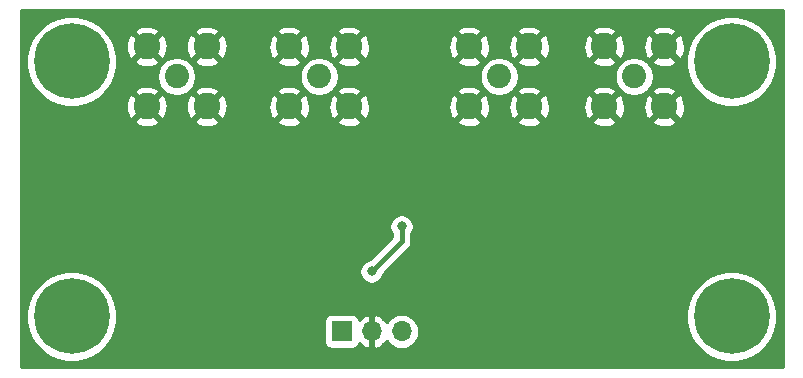
<source format=gbr>
G04 #@! TF.GenerationSoftware,KiCad,Pcbnew,(5.1.2)-2*
G04 #@! TF.CreationDate,2019-07-04T23:02:12+08:00*
G04 #@! TF.ProjectId,ADA4522,41444134-3532-4322-9e6b-696361645f70,rev?*
G04 #@! TF.SameCoordinates,Original*
G04 #@! TF.FileFunction,Copper,L2,Bot*
G04 #@! TF.FilePolarity,Positive*
%FSLAX46Y46*%
G04 Gerber Fmt 4.6, Leading zero omitted, Abs format (unit mm)*
G04 Created by KiCad (PCBNEW (5.1.2)-2) date 2019-07-04 23:02:12*
%MOMM*%
%LPD*%
G04 APERTURE LIST*
%ADD10C,6.400000*%
%ADD11C,2.250000*%
%ADD12C,2.050000*%
%ADD13R,1.700000X1.700000*%
%ADD14O,1.700000X1.700000*%
%ADD15C,0.400000*%
%ADD16C,0.800000*%
%ADD17C,0.400000*%
%ADD18C,0.254000*%
G04 APERTURE END LIST*
D10*
X175260000Y-92710000D03*
X119380000Y-92710000D03*
X175260000Y-71120000D03*
X119380000Y-71120000D03*
D11*
X164465000Y-74930000D03*
X164465000Y-69850000D03*
X169545000Y-69850000D03*
X169545000Y-74930000D03*
D12*
X167005000Y-72390000D03*
D11*
X125730000Y-74930000D03*
X125730000Y-69850000D03*
X130810000Y-69850000D03*
X130810000Y-74930000D03*
D12*
X128270000Y-72390000D03*
X140335000Y-72390000D03*
D11*
X142875000Y-74930000D03*
X142875000Y-69850000D03*
X137795000Y-69850000D03*
X137795000Y-74930000D03*
D13*
X142240000Y-93980000D03*
D14*
X144780000Y-93980000D03*
X147320000Y-93980000D03*
D12*
X155575000Y-72390000D03*
D11*
X158115000Y-74930000D03*
X158115000Y-69850000D03*
X153035000Y-69850000D03*
X153035000Y-74930000D03*
D15*
X124460000Y-76835000D03*
X124460000Y-78105000D03*
X124460000Y-79375000D03*
X124460000Y-80645000D03*
X125730000Y-81915000D03*
X126365000Y-82550000D03*
X127000000Y-83185000D03*
X120650000Y-76835000D03*
X120650000Y-78105000D03*
X120650000Y-79375000D03*
X120650000Y-80645000D03*
X120650000Y-81915000D03*
X120650000Y-83185000D03*
X128905000Y-85725000D03*
X130810000Y-85725000D03*
X132080000Y-85725000D03*
X133350000Y-85725000D03*
X135255000Y-85725000D03*
X136525000Y-85725000D03*
X137795000Y-85725000D03*
X139700000Y-85725000D03*
X140970000Y-85725000D03*
X142240000Y-85725000D03*
X141605000Y-80645000D03*
X142875000Y-80645000D03*
X144145000Y-80645000D03*
X148590000Y-80645000D03*
X150495000Y-80645000D03*
X151765000Y-80645000D03*
X152400000Y-81915000D03*
X153035000Y-81915000D03*
X154305000Y-81915000D03*
X154940000Y-80010000D03*
X154940000Y-80645000D03*
X154305000Y-78105000D03*
X154305000Y-77470000D03*
X154305000Y-76835000D03*
X140970000Y-80010000D03*
X140335000Y-78740000D03*
X140335000Y-77470000D03*
X140335000Y-76200000D03*
X136525000Y-72390000D03*
X135890000Y-73025000D03*
X134620000Y-74295000D03*
X134620000Y-74930000D03*
X134620000Y-75565000D03*
X134620000Y-76835000D03*
X134620000Y-78105000D03*
X134620000Y-78740000D03*
X134620000Y-80010000D03*
X128905000Y-80645000D03*
X130175000Y-80645000D03*
X130810000Y-80645000D03*
X132715000Y-80645000D03*
X133985000Y-80645000D03*
X135255000Y-81915000D03*
X135890000Y-81915000D03*
X136525000Y-81915000D03*
X137160000Y-81915000D03*
X137795000Y-81280000D03*
X143675001Y-88099999D03*
X142875000Y-88900000D03*
X141605000Y-89535000D03*
X141605000Y-90170000D03*
X140970000Y-91440000D03*
X140335000Y-92710000D03*
X139700000Y-92710000D03*
X139065000Y-92710000D03*
X137795000Y-92710000D03*
X137795000Y-92710000D03*
X136525000Y-92710000D03*
X135255000Y-92710000D03*
X165735000Y-77470000D03*
X165735000Y-79375000D03*
X165735000Y-80010000D03*
X165735000Y-81280000D03*
X165735000Y-82550000D03*
X165735000Y-83820000D03*
X165100000Y-84455000D03*
X164465000Y-85725000D03*
X163195000Y-85725000D03*
X161772500Y-85877500D03*
X162130000Y-84250000D03*
X161290000Y-83185000D03*
X160655000Y-82550000D03*
X160655000Y-81915000D03*
X160655000Y-80645000D03*
X160020000Y-79375000D03*
X159385000Y-78740000D03*
X158115000Y-77470000D03*
X158750000Y-78105000D03*
X168275000Y-76835000D03*
X168275000Y-78105000D03*
X168275000Y-80010000D03*
X168275000Y-81915000D03*
X168275000Y-83820000D03*
X168275000Y-85090000D03*
X167640000Y-86995000D03*
X166370000Y-88265000D03*
X166370000Y-88900000D03*
X166370000Y-90170000D03*
X165735000Y-91440000D03*
X164465000Y-91440000D03*
X162560000Y-91440000D03*
X160655000Y-90170000D03*
X160020000Y-90170000D03*
X151765000Y-90170000D03*
X153035000Y-89535000D03*
X154940000Y-89535000D03*
X154940000Y-89535000D03*
X156210000Y-89535000D03*
X157480000Y-90805000D03*
X157480000Y-92075000D03*
X157480000Y-93345000D03*
X157480000Y-93980000D03*
X149860000Y-94615000D03*
X152400000Y-93345000D03*
X153035000Y-93345000D03*
X151130000Y-93345000D03*
X132715000Y-94615000D03*
X133350000Y-95250000D03*
X134620000Y-95250000D03*
X136525000Y-95250000D03*
X136525000Y-95250000D03*
X138430000Y-95250000D03*
X139700000Y-95250000D03*
D16*
X144780000Y-88900000D03*
X147320000Y-85090000D03*
D17*
X144780000Y-88900000D02*
X147320000Y-86360000D01*
X147320000Y-86360000D02*
X147320000Y-85090000D01*
D18*
G36*
X179578000Y-97028000D02*
G01*
X115062000Y-97028000D01*
X115062000Y-92332285D01*
X115545000Y-92332285D01*
X115545000Y-93087715D01*
X115692377Y-93828628D01*
X115981467Y-94526554D01*
X116401161Y-95154670D01*
X116935330Y-95688839D01*
X117563446Y-96108533D01*
X118261372Y-96397623D01*
X119002285Y-96545000D01*
X119757715Y-96545000D01*
X120498628Y-96397623D01*
X121196554Y-96108533D01*
X121824670Y-95688839D01*
X122358839Y-95154670D01*
X122778533Y-94526554D01*
X123067623Y-93828628D01*
X123206588Y-93130000D01*
X140751928Y-93130000D01*
X140751928Y-94830000D01*
X140764188Y-94954482D01*
X140800498Y-95074180D01*
X140859463Y-95184494D01*
X140938815Y-95281185D01*
X141035506Y-95360537D01*
X141145820Y-95419502D01*
X141265518Y-95455812D01*
X141390000Y-95468072D01*
X143090000Y-95468072D01*
X143214482Y-95455812D01*
X143334180Y-95419502D01*
X143444494Y-95360537D01*
X143541185Y-95281185D01*
X143620537Y-95184494D01*
X143679502Y-95074180D01*
X143703966Y-94993534D01*
X143779731Y-95077588D01*
X144013080Y-95251641D01*
X144275901Y-95376825D01*
X144423110Y-95421476D01*
X144653000Y-95300155D01*
X144653000Y-94107000D01*
X144633000Y-94107000D01*
X144633000Y-93853000D01*
X144653000Y-93853000D01*
X144653000Y-92659845D01*
X144907000Y-92659845D01*
X144907000Y-93853000D01*
X144927000Y-93853000D01*
X144927000Y-94107000D01*
X144907000Y-94107000D01*
X144907000Y-95300155D01*
X145136890Y-95421476D01*
X145284099Y-95376825D01*
X145546920Y-95251641D01*
X145780269Y-95077588D01*
X145975178Y-94861355D01*
X146044799Y-94744477D01*
X146079294Y-94809014D01*
X146264866Y-95035134D01*
X146490986Y-95220706D01*
X146748966Y-95358599D01*
X147028889Y-95443513D01*
X147247050Y-95465000D01*
X147392950Y-95465000D01*
X147611111Y-95443513D01*
X147891034Y-95358599D01*
X148149014Y-95220706D01*
X148375134Y-95035134D01*
X148560706Y-94809014D01*
X148698599Y-94551034D01*
X148783513Y-94271111D01*
X148812185Y-93980000D01*
X148783513Y-93688889D01*
X148698599Y-93408966D01*
X148560706Y-93150986D01*
X148375134Y-92924866D01*
X148149014Y-92739294D01*
X147891034Y-92601401D01*
X147611111Y-92516487D01*
X147392950Y-92495000D01*
X147247050Y-92495000D01*
X147028889Y-92516487D01*
X146748966Y-92601401D01*
X146490986Y-92739294D01*
X146264866Y-92924866D01*
X146079294Y-93150986D01*
X146044799Y-93215523D01*
X145975178Y-93098645D01*
X145780269Y-92882412D01*
X145546920Y-92708359D01*
X145284099Y-92583175D01*
X145136890Y-92538524D01*
X144907000Y-92659845D01*
X144653000Y-92659845D01*
X144423110Y-92538524D01*
X144275901Y-92583175D01*
X144013080Y-92708359D01*
X143779731Y-92882412D01*
X143703966Y-92966466D01*
X143679502Y-92885820D01*
X143620537Y-92775506D01*
X143541185Y-92678815D01*
X143444494Y-92599463D01*
X143334180Y-92540498D01*
X143214482Y-92504188D01*
X143090000Y-92491928D01*
X141390000Y-92491928D01*
X141265518Y-92504188D01*
X141145820Y-92540498D01*
X141035506Y-92599463D01*
X140938815Y-92678815D01*
X140859463Y-92775506D01*
X140800498Y-92885820D01*
X140764188Y-93005518D01*
X140751928Y-93130000D01*
X123206588Y-93130000D01*
X123215000Y-93087715D01*
X123215000Y-92332285D01*
X171425000Y-92332285D01*
X171425000Y-93087715D01*
X171572377Y-93828628D01*
X171861467Y-94526554D01*
X172281161Y-95154670D01*
X172815330Y-95688839D01*
X173443446Y-96108533D01*
X174141372Y-96397623D01*
X174882285Y-96545000D01*
X175637715Y-96545000D01*
X176378628Y-96397623D01*
X177076554Y-96108533D01*
X177704670Y-95688839D01*
X178238839Y-95154670D01*
X178658533Y-94526554D01*
X178947623Y-93828628D01*
X179095000Y-93087715D01*
X179095000Y-92332285D01*
X178947623Y-91591372D01*
X178658533Y-90893446D01*
X178238839Y-90265330D01*
X177704670Y-89731161D01*
X177076554Y-89311467D01*
X176378628Y-89022377D01*
X175637715Y-88875000D01*
X174882285Y-88875000D01*
X174141372Y-89022377D01*
X173443446Y-89311467D01*
X172815330Y-89731161D01*
X172281161Y-90265330D01*
X171861467Y-90893446D01*
X171572377Y-91591372D01*
X171425000Y-92332285D01*
X123215000Y-92332285D01*
X123067623Y-91591372D01*
X122778533Y-90893446D01*
X122358839Y-90265330D01*
X121824670Y-89731161D01*
X121196554Y-89311467D01*
X120498628Y-89022377D01*
X119757715Y-88875000D01*
X119002285Y-88875000D01*
X118261372Y-89022377D01*
X117563446Y-89311467D01*
X116935330Y-89731161D01*
X116401161Y-90265330D01*
X115981467Y-90893446D01*
X115692377Y-91591372D01*
X115545000Y-92332285D01*
X115062000Y-92332285D01*
X115062000Y-88798061D01*
X143745000Y-88798061D01*
X143745000Y-89001939D01*
X143784774Y-89201898D01*
X143862795Y-89390256D01*
X143976063Y-89559774D01*
X144120226Y-89703937D01*
X144289744Y-89817205D01*
X144478102Y-89895226D01*
X144678061Y-89935000D01*
X144881939Y-89935000D01*
X145081898Y-89895226D01*
X145270256Y-89817205D01*
X145439774Y-89703937D01*
X145583937Y-89559774D01*
X145697205Y-89390256D01*
X145775226Y-89201898D01*
X145804093Y-89056775D01*
X147881428Y-86979440D01*
X147913291Y-86953291D01*
X148017636Y-86826146D01*
X148095172Y-86681087D01*
X148142918Y-86523689D01*
X148155000Y-86401019D01*
X148155000Y-86401009D01*
X148159039Y-86360001D01*
X148155000Y-86318993D01*
X148155000Y-85703285D01*
X148237205Y-85580256D01*
X148315226Y-85391898D01*
X148355000Y-85191939D01*
X148355000Y-84988061D01*
X148315226Y-84788102D01*
X148237205Y-84599744D01*
X148123937Y-84430226D01*
X147979774Y-84286063D01*
X147810256Y-84172795D01*
X147621898Y-84094774D01*
X147421939Y-84055000D01*
X147218061Y-84055000D01*
X147018102Y-84094774D01*
X146829744Y-84172795D01*
X146660226Y-84286063D01*
X146516063Y-84430226D01*
X146402795Y-84599744D01*
X146324774Y-84788102D01*
X146285000Y-84988061D01*
X146285000Y-85191939D01*
X146324774Y-85391898D01*
X146402795Y-85580256D01*
X146485001Y-85703286D01*
X146485000Y-86014132D01*
X144623225Y-87875907D01*
X144478102Y-87904774D01*
X144289744Y-87982795D01*
X144120226Y-88096063D01*
X143976063Y-88240226D01*
X143862795Y-88409744D01*
X143784774Y-88598102D01*
X143745000Y-88798061D01*
X115062000Y-88798061D01*
X115062000Y-76154531D01*
X124685074Y-76154531D01*
X124795921Y-76431714D01*
X125106840Y-76585089D01*
X125441705Y-76674860D01*
X125787650Y-76697576D01*
X126131380Y-76652366D01*
X126459685Y-76540966D01*
X126664079Y-76431714D01*
X126774926Y-76154531D01*
X129765074Y-76154531D01*
X129875921Y-76431714D01*
X130186840Y-76585089D01*
X130521705Y-76674860D01*
X130867650Y-76697576D01*
X131211380Y-76652366D01*
X131539685Y-76540966D01*
X131744079Y-76431714D01*
X131854926Y-76154531D01*
X136750074Y-76154531D01*
X136860921Y-76431714D01*
X137171840Y-76585089D01*
X137506705Y-76674860D01*
X137852650Y-76697576D01*
X138196380Y-76652366D01*
X138524685Y-76540966D01*
X138729079Y-76431714D01*
X138839926Y-76154531D01*
X141830074Y-76154531D01*
X141940921Y-76431714D01*
X142251840Y-76585089D01*
X142586705Y-76674860D01*
X142932650Y-76697576D01*
X143276380Y-76652366D01*
X143604685Y-76540966D01*
X143809079Y-76431714D01*
X143919926Y-76154531D01*
X151990074Y-76154531D01*
X152100921Y-76431714D01*
X152411840Y-76585089D01*
X152746705Y-76674860D01*
X153092650Y-76697576D01*
X153436380Y-76652366D01*
X153764685Y-76540966D01*
X153969079Y-76431714D01*
X154079926Y-76154531D01*
X157070074Y-76154531D01*
X157180921Y-76431714D01*
X157491840Y-76585089D01*
X157826705Y-76674860D01*
X158172650Y-76697576D01*
X158516380Y-76652366D01*
X158844685Y-76540966D01*
X159049079Y-76431714D01*
X159159926Y-76154531D01*
X163420074Y-76154531D01*
X163530921Y-76431714D01*
X163841840Y-76585089D01*
X164176705Y-76674860D01*
X164522650Y-76697576D01*
X164866380Y-76652366D01*
X165194685Y-76540966D01*
X165399079Y-76431714D01*
X165509926Y-76154531D01*
X168500074Y-76154531D01*
X168610921Y-76431714D01*
X168921840Y-76585089D01*
X169256705Y-76674860D01*
X169602650Y-76697576D01*
X169946380Y-76652366D01*
X170274685Y-76540966D01*
X170479079Y-76431714D01*
X170589926Y-76154531D01*
X169545000Y-75109605D01*
X168500074Y-76154531D01*
X165509926Y-76154531D01*
X164465000Y-75109605D01*
X163420074Y-76154531D01*
X159159926Y-76154531D01*
X158115000Y-75109605D01*
X157070074Y-76154531D01*
X154079926Y-76154531D01*
X153035000Y-75109605D01*
X151990074Y-76154531D01*
X143919926Y-76154531D01*
X142875000Y-75109605D01*
X141830074Y-76154531D01*
X138839926Y-76154531D01*
X137795000Y-75109605D01*
X136750074Y-76154531D01*
X131854926Y-76154531D01*
X130810000Y-75109605D01*
X129765074Y-76154531D01*
X126774926Y-76154531D01*
X125730000Y-75109605D01*
X124685074Y-76154531D01*
X115062000Y-76154531D01*
X115062000Y-74987650D01*
X123962424Y-74987650D01*
X124007634Y-75331380D01*
X124119034Y-75659685D01*
X124228286Y-75864079D01*
X124505469Y-75974926D01*
X125550395Y-74930000D01*
X125909605Y-74930000D01*
X126954531Y-75974926D01*
X127231714Y-75864079D01*
X127385089Y-75553160D01*
X127474860Y-75218295D01*
X127490004Y-74987650D01*
X129042424Y-74987650D01*
X129087634Y-75331380D01*
X129199034Y-75659685D01*
X129308286Y-75864079D01*
X129585469Y-75974926D01*
X130630395Y-74930000D01*
X130989605Y-74930000D01*
X132034531Y-75974926D01*
X132311714Y-75864079D01*
X132465089Y-75553160D01*
X132554860Y-75218295D01*
X132570004Y-74987650D01*
X136027424Y-74987650D01*
X136072634Y-75331380D01*
X136184034Y-75659685D01*
X136293286Y-75864079D01*
X136570469Y-75974926D01*
X137615395Y-74930000D01*
X137974605Y-74930000D01*
X139019531Y-75974926D01*
X139296714Y-75864079D01*
X139450089Y-75553160D01*
X139539860Y-75218295D01*
X139555004Y-74987650D01*
X141107424Y-74987650D01*
X141152634Y-75331380D01*
X141264034Y-75659685D01*
X141373286Y-75864079D01*
X141650469Y-75974926D01*
X142695395Y-74930000D01*
X143054605Y-74930000D01*
X144099531Y-75974926D01*
X144376714Y-75864079D01*
X144530089Y-75553160D01*
X144619860Y-75218295D01*
X144635004Y-74987650D01*
X151267424Y-74987650D01*
X151312634Y-75331380D01*
X151424034Y-75659685D01*
X151533286Y-75864079D01*
X151810469Y-75974926D01*
X152855395Y-74930000D01*
X153214605Y-74930000D01*
X154259531Y-75974926D01*
X154536714Y-75864079D01*
X154690089Y-75553160D01*
X154779860Y-75218295D01*
X154795004Y-74987650D01*
X156347424Y-74987650D01*
X156392634Y-75331380D01*
X156504034Y-75659685D01*
X156613286Y-75864079D01*
X156890469Y-75974926D01*
X157935395Y-74930000D01*
X158294605Y-74930000D01*
X159339531Y-75974926D01*
X159616714Y-75864079D01*
X159770089Y-75553160D01*
X159859860Y-75218295D01*
X159875004Y-74987650D01*
X162697424Y-74987650D01*
X162742634Y-75331380D01*
X162854034Y-75659685D01*
X162963286Y-75864079D01*
X163240469Y-75974926D01*
X164285395Y-74930000D01*
X164644605Y-74930000D01*
X165689531Y-75974926D01*
X165966714Y-75864079D01*
X166120089Y-75553160D01*
X166209860Y-75218295D01*
X166225004Y-74987650D01*
X167777424Y-74987650D01*
X167822634Y-75331380D01*
X167934034Y-75659685D01*
X168043286Y-75864079D01*
X168320469Y-75974926D01*
X169365395Y-74930000D01*
X169724605Y-74930000D01*
X170769531Y-75974926D01*
X171046714Y-75864079D01*
X171200089Y-75553160D01*
X171289860Y-75218295D01*
X171312576Y-74872350D01*
X171267366Y-74528620D01*
X171155966Y-74200315D01*
X171046714Y-73995921D01*
X170769531Y-73885074D01*
X169724605Y-74930000D01*
X169365395Y-74930000D01*
X168320469Y-73885074D01*
X168043286Y-73995921D01*
X167889911Y-74306840D01*
X167800140Y-74641705D01*
X167777424Y-74987650D01*
X166225004Y-74987650D01*
X166232576Y-74872350D01*
X166187366Y-74528620D01*
X166075966Y-74200315D01*
X165966714Y-73995921D01*
X165689531Y-73885074D01*
X164644605Y-74930000D01*
X164285395Y-74930000D01*
X163240469Y-73885074D01*
X162963286Y-73995921D01*
X162809911Y-74306840D01*
X162720140Y-74641705D01*
X162697424Y-74987650D01*
X159875004Y-74987650D01*
X159882576Y-74872350D01*
X159837366Y-74528620D01*
X159725966Y-74200315D01*
X159616714Y-73995921D01*
X159339531Y-73885074D01*
X158294605Y-74930000D01*
X157935395Y-74930000D01*
X156890469Y-73885074D01*
X156613286Y-73995921D01*
X156459911Y-74306840D01*
X156370140Y-74641705D01*
X156347424Y-74987650D01*
X154795004Y-74987650D01*
X154802576Y-74872350D01*
X154757366Y-74528620D01*
X154645966Y-74200315D01*
X154536714Y-73995921D01*
X154259531Y-73885074D01*
X153214605Y-74930000D01*
X152855395Y-74930000D01*
X151810469Y-73885074D01*
X151533286Y-73995921D01*
X151379911Y-74306840D01*
X151290140Y-74641705D01*
X151267424Y-74987650D01*
X144635004Y-74987650D01*
X144642576Y-74872350D01*
X144597366Y-74528620D01*
X144485966Y-74200315D01*
X144376714Y-73995921D01*
X144099531Y-73885074D01*
X143054605Y-74930000D01*
X142695395Y-74930000D01*
X141650469Y-73885074D01*
X141373286Y-73995921D01*
X141219911Y-74306840D01*
X141130140Y-74641705D01*
X141107424Y-74987650D01*
X139555004Y-74987650D01*
X139562576Y-74872350D01*
X139517366Y-74528620D01*
X139405966Y-74200315D01*
X139296714Y-73995921D01*
X139019531Y-73885074D01*
X137974605Y-74930000D01*
X137615395Y-74930000D01*
X136570469Y-73885074D01*
X136293286Y-73995921D01*
X136139911Y-74306840D01*
X136050140Y-74641705D01*
X136027424Y-74987650D01*
X132570004Y-74987650D01*
X132577576Y-74872350D01*
X132532366Y-74528620D01*
X132420966Y-74200315D01*
X132311714Y-73995921D01*
X132034531Y-73885074D01*
X130989605Y-74930000D01*
X130630395Y-74930000D01*
X129585469Y-73885074D01*
X129308286Y-73995921D01*
X129154911Y-74306840D01*
X129065140Y-74641705D01*
X129042424Y-74987650D01*
X127490004Y-74987650D01*
X127497576Y-74872350D01*
X127452366Y-74528620D01*
X127340966Y-74200315D01*
X127231714Y-73995921D01*
X126954531Y-73885074D01*
X125909605Y-74930000D01*
X125550395Y-74930000D01*
X124505469Y-73885074D01*
X124228286Y-73995921D01*
X124074911Y-74306840D01*
X123985140Y-74641705D01*
X123962424Y-74987650D01*
X115062000Y-74987650D01*
X115062000Y-70742285D01*
X115545000Y-70742285D01*
X115545000Y-71497715D01*
X115692377Y-72238628D01*
X115981467Y-72936554D01*
X116401161Y-73564670D01*
X116935330Y-74098839D01*
X117563446Y-74518533D01*
X118261372Y-74807623D01*
X119002285Y-74955000D01*
X119757715Y-74955000D01*
X120498628Y-74807623D01*
X121196554Y-74518533D01*
X121824670Y-74098839D01*
X122218040Y-73705469D01*
X124685074Y-73705469D01*
X125730000Y-74750395D01*
X126774926Y-73705469D01*
X126664079Y-73428286D01*
X126353160Y-73274911D01*
X126018295Y-73185140D01*
X125672350Y-73162424D01*
X125328620Y-73207634D01*
X125000315Y-73319034D01*
X124795921Y-73428286D01*
X124685074Y-73705469D01*
X122218040Y-73705469D01*
X122358839Y-73564670D01*
X122778533Y-72936554D01*
X123067623Y-72238628D01*
X123070034Y-72226504D01*
X126610000Y-72226504D01*
X126610000Y-72553496D01*
X126673793Y-72874204D01*
X126798927Y-73176305D01*
X126980594Y-73448188D01*
X127211812Y-73679406D01*
X127483695Y-73861073D01*
X127785796Y-73986207D01*
X128106504Y-74050000D01*
X128433496Y-74050000D01*
X128754204Y-73986207D01*
X129056305Y-73861073D01*
X129289182Y-73705469D01*
X129765074Y-73705469D01*
X130810000Y-74750395D01*
X131854926Y-73705469D01*
X136750074Y-73705469D01*
X137795000Y-74750395D01*
X138839926Y-73705469D01*
X138729079Y-73428286D01*
X138418160Y-73274911D01*
X138083295Y-73185140D01*
X137737350Y-73162424D01*
X137393620Y-73207634D01*
X137065315Y-73319034D01*
X136860921Y-73428286D01*
X136750074Y-73705469D01*
X131854926Y-73705469D01*
X131744079Y-73428286D01*
X131433160Y-73274911D01*
X131098295Y-73185140D01*
X130752350Y-73162424D01*
X130408620Y-73207634D01*
X130080315Y-73319034D01*
X129875921Y-73428286D01*
X129765074Y-73705469D01*
X129289182Y-73705469D01*
X129328188Y-73679406D01*
X129559406Y-73448188D01*
X129741073Y-73176305D01*
X129866207Y-72874204D01*
X129930000Y-72553496D01*
X129930000Y-72226504D01*
X138675000Y-72226504D01*
X138675000Y-72553496D01*
X138738793Y-72874204D01*
X138863927Y-73176305D01*
X139045594Y-73448188D01*
X139276812Y-73679406D01*
X139548695Y-73861073D01*
X139850796Y-73986207D01*
X140171504Y-74050000D01*
X140498496Y-74050000D01*
X140819204Y-73986207D01*
X141121305Y-73861073D01*
X141354182Y-73705469D01*
X141830074Y-73705469D01*
X142875000Y-74750395D01*
X143919926Y-73705469D01*
X151990074Y-73705469D01*
X153035000Y-74750395D01*
X154079926Y-73705469D01*
X153969079Y-73428286D01*
X153658160Y-73274911D01*
X153323295Y-73185140D01*
X152977350Y-73162424D01*
X152633620Y-73207634D01*
X152305315Y-73319034D01*
X152100921Y-73428286D01*
X151990074Y-73705469D01*
X143919926Y-73705469D01*
X143809079Y-73428286D01*
X143498160Y-73274911D01*
X143163295Y-73185140D01*
X142817350Y-73162424D01*
X142473620Y-73207634D01*
X142145315Y-73319034D01*
X141940921Y-73428286D01*
X141830074Y-73705469D01*
X141354182Y-73705469D01*
X141393188Y-73679406D01*
X141624406Y-73448188D01*
X141806073Y-73176305D01*
X141931207Y-72874204D01*
X141995000Y-72553496D01*
X141995000Y-72226504D01*
X153915000Y-72226504D01*
X153915000Y-72553496D01*
X153978793Y-72874204D01*
X154103927Y-73176305D01*
X154285594Y-73448188D01*
X154516812Y-73679406D01*
X154788695Y-73861073D01*
X155090796Y-73986207D01*
X155411504Y-74050000D01*
X155738496Y-74050000D01*
X156059204Y-73986207D01*
X156361305Y-73861073D01*
X156594182Y-73705469D01*
X157070074Y-73705469D01*
X158115000Y-74750395D01*
X159159926Y-73705469D01*
X163420074Y-73705469D01*
X164465000Y-74750395D01*
X165509926Y-73705469D01*
X165399079Y-73428286D01*
X165088160Y-73274911D01*
X164753295Y-73185140D01*
X164407350Y-73162424D01*
X164063620Y-73207634D01*
X163735315Y-73319034D01*
X163530921Y-73428286D01*
X163420074Y-73705469D01*
X159159926Y-73705469D01*
X159049079Y-73428286D01*
X158738160Y-73274911D01*
X158403295Y-73185140D01*
X158057350Y-73162424D01*
X157713620Y-73207634D01*
X157385315Y-73319034D01*
X157180921Y-73428286D01*
X157070074Y-73705469D01*
X156594182Y-73705469D01*
X156633188Y-73679406D01*
X156864406Y-73448188D01*
X157046073Y-73176305D01*
X157171207Y-72874204D01*
X157235000Y-72553496D01*
X157235000Y-72226504D01*
X165345000Y-72226504D01*
X165345000Y-72553496D01*
X165408793Y-72874204D01*
X165533927Y-73176305D01*
X165715594Y-73448188D01*
X165946812Y-73679406D01*
X166218695Y-73861073D01*
X166520796Y-73986207D01*
X166841504Y-74050000D01*
X167168496Y-74050000D01*
X167489204Y-73986207D01*
X167791305Y-73861073D01*
X168024182Y-73705469D01*
X168500074Y-73705469D01*
X169545000Y-74750395D01*
X170589926Y-73705469D01*
X170479079Y-73428286D01*
X170168160Y-73274911D01*
X169833295Y-73185140D01*
X169487350Y-73162424D01*
X169143620Y-73207634D01*
X168815315Y-73319034D01*
X168610921Y-73428286D01*
X168500074Y-73705469D01*
X168024182Y-73705469D01*
X168063188Y-73679406D01*
X168294406Y-73448188D01*
X168476073Y-73176305D01*
X168601207Y-72874204D01*
X168665000Y-72553496D01*
X168665000Y-72226504D01*
X168601207Y-71905796D01*
X168476073Y-71603695D01*
X168294406Y-71331812D01*
X168063188Y-71100594D01*
X168024183Y-71074531D01*
X168500074Y-71074531D01*
X168610921Y-71351714D01*
X168921840Y-71505089D01*
X169256705Y-71594860D01*
X169602650Y-71617576D01*
X169946380Y-71572366D01*
X170274685Y-71460966D01*
X170479079Y-71351714D01*
X170589926Y-71074531D01*
X169545000Y-70029605D01*
X168500074Y-71074531D01*
X168024183Y-71074531D01*
X167791305Y-70918927D01*
X167489204Y-70793793D01*
X167168496Y-70730000D01*
X166841504Y-70730000D01*
X166520796Y-70793793D01*
X166218695Y-70918927D01*
X165946812Y-71100594D01*
X165715594Y-71331812D01*
X165533927Y-71603695D01*
X165408793Y-71905796D01*
X165345000Y-72226504D01*
X157235000Y-72226504D01*
X157171207Y-71905796D01*
X157046073Y-71603695D01*
X156864406Y-71331812D01*
X156633188Y-71100594D01*
X156594183Y-71074531D01*
X157070074Y-71074531D01*
X157180921Y-71351714D01*
X157491840Y-71505089D01*
X157826705Y-71594860D01*
X158172650Y-71617576D01*
X158516380Y-71572366D01*
X158844685Y-71460966D01*
X159049079Y-71351714D01*
X159159926Y-71074531D01*
X163420074Y-71074531D01*
X163530921Y-71351714D01*
X163841840Y-71505089D01*
X164176705Y-71594860D01*
X164522650Y-71617576D01*
X164866380Y-71572366D01*
X165194685Y-71460966D01*
X165399079Y-71351714D01*
X165509926Y-71074531D01*
X164465000Y-70029605D01*
X163420074Y-71074531D01*
X159159926Y-71074531D01*
X158115000Y-70029605D01*
X157070074Y-71074531D01*
X156594183Y-71074531D01*
X156361305Y-70918927D01*
X156059204Y-70793793D01*
X155738496Y-70730000D01*
X155411504Y-70730000D01*
X155090796Y-70793793D01*
X154788695Y-70918927D01*
X154516812Y-71100594D01*
X154285594Y-71331812D01*
X154103927Y-71603695D01*
X153978793Y-71905796D01*
X153915000Y-72226504D01*
X141995000Y-72226504D01*
X141931207Y-71905796D01*
X141806073Y-71603695D01*
X141624406Y-71331812D01*
X141393188Y-71100594D01*
X141354183Y-71074531D01*
X141830074Y-71074531D01*
X141940921Y-71351714D01*
X142251840Y-71505089D01*
X142586705Y-71594860D01*
X142932650Y-71617576D01*
X143276380Y-71572366D01*
X143604685Y-71460966D01*
X143809079Y-71351714D01*
X143919926Y-71074531D01*
X151990074Y-71074531D01*
X152100921Y-71351714D01*
X152411840Y-71505089D01*
X152746705Y-71594860D01*
X153092650Y-71617576D01*
X153436380Y-71572366D01*
X153764685Y-71460966D01*
X153969079Y-71351714D01*
X154079926Y-71074531D01*
X153035000Y-70029605D01*
X151990074Y-71074531D01*
X143919926Y-71074531D01*
X142875000Y-70029605D01*
X141830074Y-71074531D01*
X141354183Y-71074531D01*
X141121305Y-70918927D01*
X140819204Y-70793793D01*
X140498496Y-70730000D01*
X140171504Y-70730000D01*
X139850796Y-70793793D01*
X139548695Y-70918927D01*
X139276812Y-71100594D01*
X139045594Y-71331812D01*
X138863927Y-71603695D01*
X138738793Y-71905796D01*
X138675000Y-72226504D01*
X129930000Y-72226504D01*
X129866207Y-71905796D01*
X129741073Y-71603695D01*
X129559406Y-71331812D01*
X129328188Y-71100594D01*
X129289183Y-71074531D01*
X129765074Y-71074531D01*
X129875921Y-71351714D01*
X130186840Y-71505089D01*
X130521705Y-71594860D01*
X130867650Y-71617576D01*
X131211380Y-71572366D01*
X131539685Y-71460966D01*
X131744079Y-71351714D01*
X131854926Y-71074531D01*
X136750074Y-71074531D01*
X136860921Y-71351714D01*
X137171840Y-71505089D01*
X137506705Y-71594860D01*
X137852650Y-71617576D01*
X138196380Y-71572366D01*
X138524685Y-71460966D01*
X138729079Y-71351714D01*
X138839926Y-71074531D01*
X137795000Y-70029605D01*
X136750074Y-71074531D01*
X131854926Y-71074531D01*
X130810000Y-70029605D01*
X129765074Y-71074531D01*
X129289183Y-71074531D01*
X129056305Y-70918927D01*
X128754204Y-70793793D01*
X128433496Y-70730000D01*
X128106504Y-70730000D01*
X127785796Y-70793793D01*
X127483695Y-70918927D01*
X127211812Y-71100594D01*
X126980594Y-71331812D01*
X126798927Y-71603695D01*
X126673793Y-71905796D01*
X126610000Y-72226504D01*
X123070034Y-72226504D01*
X123215000Y-71497715D01*
X123215000Y-71074531D01*
X124685074Y-71074531D01*
X124795921Y-71351714D01*
X125106840Y-71505089D01*
X125441705Y-71594860D01*
X125787650Y-71617576D01*
X126131380Y-71572366D01*
X126459685Y-71460966D01*
X126664079Y-71351714D01*
X126774926Y-71074531D01*
X125730000Y-70029605D01*
X124685074Y-71074531D01*
X123215000Y-71074531D01*
X123215000Y-70742285D01*
X123067623Y-70001372D01*
X123028803Y-69907650D01*
X123962424Y-69907650D01*
X124007634Y-70251380D01*
X124119034Y-70579685D01*
X124228286Y-70784079D01*
X124505469Y-70894926D01*
X125550395Y-69850000D01*
X125909605Y-69850000D01*
X126954531Y-70894926D01*
X127231714Y-70784079D01*
X127385089Y-70473160D01*
X127474860Y-70138295D01*
X127490004Y-69907650D01*
X129042424Y-69907650D01*
X129087634Y-70251380D01*
X129199034Y-70579685D01*
X129308286Y-70784079D01*
X129585469Y-70894926D01*
X130630395Y-69850000D01*
X130989605Y-69850000D01*
X132034531Y-70894926D01*
X132311714Y-70784079D01*
X132465089Y-70473160D01*
X132554860Y-70138295D01*
X132570004Y-69907650D01*
X136027424Y-69907650D01*
X136072634Y-70251380D01*
X136184034Y-70579685D01*
X136293286Y-70784079D01*
X136570469Y-70894926D01*
X137615395Y-69850000D01*
X137974605Y-69850000D01*
X139019531Y-70894926D01*
X139296714Y-70784079D01*
X139450089Y-70473160D01*
X139539860Y-70138295D01*
X139555004Y-69907650D01*
X141107424Y-69907650D01*
X141152634Y-70251380D01*
X141264034Y-70579685D01*
X141373286Y-70784079D01*
X141650469Y-70894926D01*
X142695395Y-69850000D01*
X143054605Y-69850000D01*
X144099531Y-70894926D01*
X144376714Y-70784079D01*
X144530089Y-70473160D01*
X144619860Y-70138295D01*
X144635004Y-69907650D01*
X151267424Y-69907650D01*
X151312634Y-70251380D01*
X151424034Y-70579685D01*
X151533286Y-70784079D01*
X151810469Y-70894926D01*
X152855395Y-69850000D01*
X153214605Y-69850000D01*
X154259531Y-70894926D01*
X154536714Y-70784079D01*
X154690089Y-70473160D01*
X154779860Y-70138295D01*
X154795004Y-69907650D01*
X156347424Y-69907650D01*
X156392634Y-70251380D01*
X156504034Y-70579685D01*
X156613286Y-70784079D01*
X156890469Y-70894926D01*
X157935395Y-69850000D01*
X158294605Y-69850000D01*
X159339531Y-70894926D01*
X159616714Y-70784079D01*
X159770089Y-70473160D01*
X159859860Y-70138295D01*
X159875004Y-69907650D01*
X162697424Y-69907650D01*
X162742634Y-70251380D01*
X162854034Y-70579685D01*
X162963286Y-70784079D01*
X163240469Y-70894926D01*
X164285395Y-69850000D01*
X164644605Y-69850000D01*
X165689531Y-70894926D01*
X165966714Y-70784079D01*
X166120089Y-70473160D01*
X166209860Y-70138295D01*
X166225004Y-69907650D01*
X167777424Y-69907650D01*
X167822634Y-70251380D01*
X167934034Y-70579685D01*
X168043286Y-70784079D01*
X168320469Y-70894926D01*
X169365395Y-69850000D01*
X169724605Y-69850000D01*
X170769531Y-70894926D01*
X171046714Y-70784079D01*
X171067330Y-70742285D01*
X171425000Y-70742285D01*
X171425000Y-71497715D01*
X171572377Y-72238628D01*
X171861467Y-72936554D01*
X172281161Y-73564670D01*
X172815330Y-74098839D01*
X173443446Y-74518533D01*
X174141372Y-74807623D01*
X174882285Y-74955000D01*
X175637715Y-74955000D01*
X176378628Y-74807623D01*
X177076554Y-74518533D01*
X177704670Y-74098839D01*
X178238839Y-73564670D01*
X178658533Y-72936554D01*
X178947623Y-72238628D01*
X179095000Y-71497715D01*
X179095000Y-70742285D01*
X178947623Y-70001372D01*
X178658533Y-69303446D01*
X178238839Y-68675330D01*
X177704670Y-68141161D01*
X177076554Y-67721467D01*
X176378628Y-67432377D01*
X175637715Y-67285000D01*
X174882285Y-67285000D01*
X174141372Y-67432377D01*
X173443446Y-67721467D01*
X172815330Y-68141161D01*
X172281161Y-68675330D01*
X171861467Y-69303446D01*
X171572377Y-70001372D01*
X171425000Y-70742285D01*
X171067330Y-70742285D01*
X171200089Y-70473160D01*
X171289860Y-70138295D01*
X171312576Y-69792350D01*
X171267366Y-69448620D01*
X171155966Y-69120315D01*
X171046714Y-68915921D01*
X170769531Y-68805074D01*
X169724605Y-69850000D01*
X169365395Y-69850000D01*
X168320469Y-68805074D01*
X168043286Y-68915921D01*
X167889911Y-69226840D01*
X167800140Y-69561705D01*
X167777424Y-69907650D01*
X166225004Y-69907650D01*
X166232576Y-69792350D01*
X166187366Y-69448620D01*
X166075966Y-69120315D01*
X165966714Y-68915921D01*
X165689531Y-68805074D01*
X164644605Y-69850000D01*
X164285395Y-69850000D01*
X163240469Y-68805074D01*
X162963286Y-68915921D01*
X162809911Y-69226840D01*
X162720140Y-69561705D01*
X162697424Y-69907650D01*
X159875004Y-69907650D01*
X159882576Y-69792350D01*
X159837366Y-69448620D01*
X159725966Y-69120315D01*
X159616714Y-68915921D01*
X159339531Y-68805074D01*
X158294605Y-69850000D01*
X157935395Y-69850000D01*
X156890469Y-68805074D01*
X156613286Y-68915921D01*
X156459911Y-69226840D01*
X156370140Y-69561705D01*
X156347424Y-69907650D01*
X154795004Y-69907650D01*
X154802576Y-69792350D01*
X154757366Y-69448620D01*
X154645966Y-69120315D01*
X154536714Y-68915921D01*
X154259531Y-68805074D01*
X153214605Y-69850000D01*
X152855395Y-69850000D01*
X151810469Y-68805074D01*
X151533286Y-68915921D01*
X151379911Y-69226840D01*
X151290140Y-69561705D01*
X151267424Y-69907650D01*
X144635004Y-69907650D01*
X144642576Y-69792350D01*
X144597366Y-69448620D01*
X144485966Y-69120315D01*
X144376714Y-68915921D01*
X144099531Y-68805074D01*
X143054605Y-69850000D01*
X142695395Y-69850000D01*
X141650469Y-68805074D01*
X141373286Y-68915921D01*
X141219911Y-69226840D01*
X141130140Y-69561705D01*
X141107424Y-69907650D01*
X139555004Y-69907650D01*
X139562576Y-69792350D01*
X139517366Y-69448620D01*
X139405966Y-69120315D01*
X139296714Y-68915921D01*
X139019531Y-68805074D01*
X137974605Y-69850000D01*
X137615395Y-69850000D01*
X136570469Y-68805074D01*
X136293286Y-68915921D01*
X136139911Y-69226840D01*
X136050140Y-69561705D01*
X136027424Y-69907650D01*
X132570004Y-69907650D01*
X132577576Y-69792350D01*
X132532366Y-69448620D01*
X132420966Y-69120315D01*
X132311714Y-68915921D01*
X132034531Y-68805074D01*
X130989605Y-69850000D01*
X130630395Y-69850000D01*
X129585469Y-68805074D01*
X129308286Y-68915921D01*
X129154911Y-69226840D01*
X129065140Y-69561705D01*
X129042424Y-69907650D01*
X127490004Y-69907650D01*
X127497576Y-69792350D01*
X127452366Y-69448620D01*
X127340966Y-69120315D01*
X127231714Y-68915921D01*
X126954531Y-68805074D01*
X125909605Y-69850000D01*
X125550395Y-69850000D01*
X124505469Y-68805074D01*
X124228286Y-68915921D01*
X124074911Y-69226840D01*
X123985140Y-69561705D01*
X123962424Y-69907650D01*
X123028803Y-69907650D01*
X122778533Y-69303446D01*
X122358839Y-68675330D01*
X122308978Y-68625469D01*
X124685074Y-68625469D01*
X125730000Y-69670395D01*
X126774926Y-68625469D01*
X129765074Y-68625469D01*
X130810000Y-69670395D01*
X131854926Y-68625469D01*
X136750074Y-68625469D01*
X137795000Y-69670395D01*
X138839926Y-68625469D01*
X141830074Y-68625469D01*
X142875000Y-69670395D01*
X143919926Y-68625469D01*
X151990074Y-68625469D01*
X153035000Y-69670395D01*
X154079926Y-68625469D01*
X157070074Y-68625469D01*
X158115000Y-69670395D01*
X159159926Y-68625469D01*
X163420074Y-68625469D01*
X164465000Y-69670395D01*
X165509926Y-68625469D01*
X168500074Y-68625469D01*
X169545000Y-69670395D01*
X170589926Y-68625469D01*
X170479079Y-68348286D01*
X170168160Y-68194911D01*
X169833295Y-68105140D01*
X169487350Y-68082424D01*
X169143620Y-68127634D01*
X168815315Y-68239034D01*
X168610921Y-68348286D01*
X168500074Y-68625469D01*
X165509926Y-68625469D01*
X165399079Y-68348286D01*
X165088160Y-68194911D01*
X164753295Y-68105140D01*
X164407350Y-68082424D01*
X164063620Y-68127634D01*
X163735315Y-68239034D01*
X163530921Y-68348286D01*
X163420074Y-68625469D01*
X159159926Y-68625469D01*
X159049079Y-68348286D01*
X158738160Y-68194911D01*
X158403295Y-68105140D01*
X158057350Y-68082424D01*
X157713620Y-68127634D01*
X157385315Y-68239034D01*
X157180921Y-68348286D01*
X157070074Y-68625469D01*
X154079926Y-68625469D01*
X153969079Y-68348286D01*
X153658160Y-68194911D01*
X153323295Y-68105140D01*
X152977350Y-68082424D01*
X152633620Y-68127634D01*
X152305315Y-68239034D01*
X152100921Y-68348286D01*
X151990074Y-68625469D01*
X143919926Y-68625469D01*
X143809079Y-68348286D01*
X143498160Y-68194911D01*
X143163295Y-68105140D01*
X142817350Y-68082424D01*
X142473620Y-68127634D01*
X142145315Y-68239034D01*
X141940921Y-68348286D01*
X141830074Y-68625469D01*
X138839926Y-68625469D01*
X138729079Y-68348286D01*
X138418160Y-68194911D01*
X138083295Y-68105140D01*
X137737350Y-68082424D01*
X137393620Y-68127634D01*
X137065315Y-68239034D01*
X136860921Y-68348286D01*
X136750074Y-68625469D01*
X131854926Y-68625469D01*
X131744079Y-68348286D01*
X131433160Y-68194911D01*
X131098295Y-68105140D01*
X130752350Y-68082424D01*
X130408620Y-68127634D01*
X130080315Y-68239034D01*
X129875921Y-68348286D01*
X129765074Y-68625469D01*
X126774926Y-68625469D01*
X126664079Y-68348286D01*
X126353160Y-68194911D01*
X126018295Y-68105140D01*
X125672350Y-68082424D01*
X125328620Y-68127634D01*
X125000315Y-68239034D01*
X124795921Y-68348286D01*
X124685074Y-68625469D01*
X122308978Y-68625469D01*
X121824670Y-68141161D01*
X121196554Y-67721467D01*
X120498628Y-67432377D01*
X119757715Y-67285000D01*
X119002285Y-67285000D01*
X118261372Y-67432377D01*
X117563446Y-67721467D01*
X116935330Y-68141161D01*
X116401161Y-68675330D01*
X115981467Y-69303446D01*
X115692377Y-70001372D01*
X115545000Y-70742285D01*
X115062000Y-70742285D01*
X115062000Y-66802000D01*
X179578000Y-66802000D01*
X179578000Y-97028000D01*
X179578000Y-97028000D01*
G37*
X179578000Y-97028000D02*
X115062000Y-97028000D01*
X115062000Y-92332285D01*
X115545000Y-92332285D01*
X115545000Y-93087715D01*
X115692377Y-93828628D01*
X115981467Y-94526554D01*
X116401161Y-95154670D01*
X116935330Y-95688839D01*
X117563446Y-96108533D01*
X118261372Y-96397623D01*
X119002285Y-96545000D01*
X119757715Y-96545000D01*
X120498628Y-96397623D01*
X121196554Y-96108533D01*
X121824670Y-95688839D01*
X122358839Y-95154670D01*
X122778533Y-94526554D01*
X123067623Y-93828628D01*
X123206588Y-93130000D01*
X140751928Y-93130000D01*
X140751928Y-94830000D01*
X140764188Y-94954482D01*
X140800498Y-95074180D01*
X140859463Y-95184494D01*
X140938815Y-95281185D01*
X141035506Y-95360537D01*
X141145820Y-95419502D01*
X141265518Y-95455812D01*
X141390000Y-95468072D01*
X143090000Y-95468072D01*
X143214482Y-95455812D01*
X143334180Y-95419502D01*
X143444494Y-95360537D01*
X143541185Y-95281185D01*
X143620537Y-95184494D01*
X143679502Y-95074180D01*
X143703966Y-94993534D01*
X143779731Y-95077588D01*
X144013080Y-95251641D01*
X144275901Y-95376825D01*
X144423110Y-95421476D01*
X144653000Y-95300155D01*
X144653000Y-94107000D01*
X144633000Y-94107000D01*
X144633000Y-93853000D01*
X144653000Y-93853000D01*
X144653000Y-92659845D01*
X144907000Y-92659845D01*
X144907000Y-93853000D01*
X144927000Y-93853000D01*
X144927000Y-94107000D01*
X144907000Y-94107000D01*
X144907000Y-95300155D01*
X145136890Y-95421476D01*
X145284099Y-95376825D01*
X145546920Y-95251641D01*
X145780269Y-95077588D01*
X145975178Y-94861355D01*
X146044799Y-94744477D01*
X146079294Y-94809014D01*
X146264866Y-95035134D01*
X146490986Y-95220706D01*
X146748966Y-95358599D01*
X147028889Y-95443513D01*
X147247050Y-95465000D01*
X147392950Y-95465000D01*
X147611111Y-95443513D01*
X147891034Y-95358599D01*
X148149014Y-95220706D01*
X148375134Y-95035134D01*
X148560706Y-94809014D01*
X148698599Y-94551034D01*
X148783513Y-94271111D01*
X148812185Y-93980000D01*
X148783513Y-93688889D01*
X148698599Y-93408966D01*
X148560706Y-93150986D01*
X148375134Y-92924866D01*
X148149014Y-92739294D01*
X147891034Y-92601401D01*
X147611111Y-92516487D01*
X147392950Y-92495000D01*
X147247050Y-92495000D01*
X147028889Y-92516487D01*
X146748966Y-92601401D01*
X146490986Y-92739294D01*
X146264866Y-92924866D01*
X146079294Y-93150986D01*
X146044799Y-93215523D01*
X145975178Y-93098645D01*
X145780269Y-92882412D01*
X145546920Y-92708359D01*
X145284099Y-92583175D01*
X145136890Y-92538524D01*
X144907000Y-92659845D01*
X144653000Y-92659845D01*
X144423110Y-92538524D01*
X144275901Y-92583175D01*
X144013080Y-92708359D01*
X143779731Y-92882412D01*
X143703966Y-92966466D01*
X143679502Y-92885820D01*
X143620537Y-92775506D01*
X143541185Y-92678815D01*
X143444494Y-92599463D01*
X143334180Y-92540498D01*
X143214482Y-92504188D01*
X143090000Y-92491928D01*
X141390000Y-92491928D01*
X141265518Y-92504188D01*
X141145820Y-92540498D01*
X141035506Y-92599463D01*
X140938815Y-92678815D01*
X140859463Y-92775506D01*
X140800498Y-92885820D01*
X140764188Y-93005518D01*
X140751928Y-93130000D01*
X123206588Y-93130000D01*
X123215000Y-93087715D01*
X123215000Y-92332285D01*
X171425000Y-92332285D01*
X171425000Y-93087715D01*
X171572377Y-93828628D01*
X171861467Y-94526554D01*
X172281161Y-95154670D01*
X172815330Y-95688839D01*
X173443446Y-96108533D01*
X174141372Y-96397623D01*
X174882285Y-96545000D01*
X175637715Y-96545000D01*
X176378628Y-96397623D01*
X177076554Y-96108533D01*
X177704670Y-95688839D01*
X178238839Y-95154670D01*
X178658533Y-94526554D01*
X178947623Y-93828628D01*
X179095000Y-93087715D01*
X179095000Y-92332285D01*
X178947623Y-91591372D01*
X178658533Y-90893446D01*
X178238839Y-90265330D01*
X177704670Y-89731161D01*
X177076554Y-89311467D01*
X176378628Y-89022377D01*
X175637715Y-88875000D01*
X174882285Y-88875000D01*
X174141372Y-89022377D01*
X173443446Y-89311467D01*
X172815330Y-89731161D01*
X172281161Y-90265330D01*
X171861467Y-90893446D01*
X171572377Y-91591372D01*
X171425000Y-92332285D01*
X123215000Y-92332285D01*
X123067623Y-91591372D01*
X122778533Y-90893446D01*
X122358839Y-90265330D01*
X121824670Y-89731161D01*
X121196554Y-89311467D01*
X120498628Y-89022377D01*
X119757715Y-88875000D01*
X119002285Y-88875000D01*
X118261372Y-89022377D01*
X117563446Y-89311467D01*
X116935330Y-89731161D01*
X116401161Y-90265330D01*
X115981467Y-90893446D01*
X115692377Y-91591372D01*
X115545000Y-92332285D01*
X115062000Y-92332285D01*
X115062000Y-88798061D01*
X143745000Y-88798061D01*
X143745000Y-89001939D01*
X143784774Y-89201898D01*
X143862795Y-89390256D01*
X143976063Y-89559774D01*
X144120226Y-89703937D01*
X144289744Y-89817205D01*
X144478102Y-89895226D01*
X144678061Y-89935000D01*
X144881939Y-89935000D01*
X145081898Y-89895226D01*
X145270256Y-89817205D01*
X145439774Y-89703937D01*
X145583937Y-89559774D01*
X145697205Y-89390256D01*
X145775226Y-89201898D01*
X145804093Y-89056775D01*
X147881428Y-86979440D01*
X147913291Y-86953291D01*
X148017636Y-86826146D01*
X148095172Y-86681087D01*
X148142918Y-86523689D01*
X148155000Y-86401019D01*
X148155000Y-86401009D01*
X148159039Y-86360001D01*
X148155000Y-86318993D01*
X148155000Y-85703285D01*
X148237205Y-85580256D01*
X148315226Y-85391898D01*
X148355000Y-85191939D01*
X148355000Y-84988061D01*
X148315226Y-84788102D01*
X148237205Y-84599744D01*
X148123937Y-84430226D01*
X147979774Y-84286063D01*
X147810256Y-84172795D01*
X147621898Y-84094774D01*
X147421939Y-84055000D01*
X147218061Y-84055000D01*
X147018102Y-84094774D01*
X146829744Y-84172795D01*
X146660226Y-84286063D01*
X146516063Y-84430226D01*
X146402795Y-84599744D01*
X146324774Y-84788102D01*
X146285000Y-84988061D01*
X146285000Y-85191939D01*
X146324774Y-85391898D01*
X146402795Y-85580256D01*
X146485001Y-85703286D01*
X146485000Y-86014132D01*
X144623225Y-87875907D01*
X144478102Y-87904774D01*
X144289744Y-87982795D01*
X144120226Y-88096063D01*
X143976063Y-88240226D01*
X143862795Y-88409744D01*
X143784774Y-88598102D01*
X143745000Y-88798061D01*
X115062000Y-88798061D01*
X115062000Y-76154531D01*
X124685074Y-76154531D01*
X124795921Y-76431714D01*
X125106840Y-76585089D01*
X125441705Y-76674860D01*
X125787650Y-76697576D01*
X126131380Y-76652366D01*
X126459685Y-76540966D01*
X126664079Y-76431714D01*
X126774926Y-76154531D01*
X129765074Y-76154531D01*
X129875921Y-76431714D01*
X130186840Y-76585089D01*
X130521705Y-76674860D01*
X130867650Y-76697576D01*
X131211380Y-76652366D01*
X131539685Y-76540966D01*
X131744079Y-76431714D01*
X131854926Y-76154531D01*
X136750074Y-76154531D01*
X136860921Y-76431714D01*
X137171840Y-76585089D01*
X137506705Y-76674860D01*
X137852650Y-76697576D01*
X138196380Y-76652366D01*
X138524685Y-76540966D01*
X138729079Y-76431714D01*
X138839926Y-76154531D01*
X141830074Y-76154531D01*
X141940921Y-76431714D01*
X142251840Y-76585089D01*
X142586705Y-76674860D01*
X142932650Y-76697576D01*
X143276380Y-76652366D01*
X143604685Y-76540966D01*
X143809079Y-76431714D01*
X143919926Y-76154531D01*
X151990074Y-76154531D01*
X152100921Y-76431714D01*
X152411840Y-76585089D01*
X152746705Y-76674860D01*
X153092650Y-76697576D01*
X153436380Y-76652366D01*
X153764685Y-76540966D01*
X153969079Y-76431714D01*
X154079926Y-76154531D01*
X157070074Y-76154531D01*
X157180921Y-76431714D01*
X157491840Y-76585089D01*
X157826705Y-76674860D01*
X158172650Y-76697576D01*
X158516380Y-76652366D01*
X158844685Y-76540966D01*
X159049079Y-76431714D01*
X159159926Y-76154531D01*
X163420074Y-76154531D01*
X163530921Y-76431714D01*
X163841840Y-76585089D01*
X164176705Y-76674860D01*
X164522650Y-76697576D01*
X164866380Y-76652366D01*
X165194685Y-76540966D01*
X165399079Y-76431714D01*
X165509926Y-76154531D01*
X168500074Y-76154531D01*
X168610921Y-76431714D01*
X168921840Y-76585089D01*
X169256705Y-76674860D01*
X169602650Y-76697576D01*
X169946380Y-76652366D01*
X170274685Y-76540966D01*
X170479079Y-76431714D01*
X170589926Y-76154531D01*
X169545000Y-75109605D01*
X168500074Y-76154531D01*
X165509926Y-76154531D01*
X164465000Y-75109605D01*
X163420074Y-76154531D01*
X159159926Y-76154531D01*
X158115000Y-75109605D01*
X157070074Y-76154531D01*
X154079926Y-76154531D01*
X153035000Y-75109605D01*
X151990074Y-76154531D01*
X143919926Y-76154531D01*
X142875000Y-75109605D01*
X141830074Y-76154531D01*
X138839926Y-76154531D01*
X137795000Y-75109605D01*
X136750074Y-76154531D01*
X131854926Y-76154531D01*
X130810000Y-75109605D01*
X129765074Y-76154531D01*
X126774926Y-76154531D01*
X125730000Y-75109605D01*
X124685074Y-76154531D01*
X115062000Y-76154531D01*
X115062000Y-74987650D01*
X123962424Y-74987650D01*
X124007634Y-75331380D01*
X124119034Y-75659685D01*
X124228286Y-75864079D01*
X124505469Y-75974926D01*
X125550395Y-74930000D01*
X125909605Y-74930000D01*
X126954531Y-75974926D01*
X127231714Y-75864079D01*
X127385089Y-75553160D01*
X127474860Y-75218295D01*
X127490004Y-74987650D01*
X129042424Y-74987650D01*
X129087634Y-75331380D01*
X129199034Y-75659685D01*
X129308286Y-75864079D01*
X129585469Y-75974926D01*
X130630395Y-74930000D01*
X130989605Y-74930000D01*
X132034531Y-75974926D01*
X132311714Y-75864079D01*
X132465089Y-75553160D01*
X132554860Y-75218295D01*
X132570004Y-74987650D01*
X136027424Y-74987650D01*
X136072634Y-75331380D01*
X136184034Y-75659685D01*
X136293286Y-75864079D01*
X136570469Y-75974926D01*
X137615395Y-74930000D01*
X137974605Y-74930000D01*
X139019531Y-75974926D01*
X139296714Y-75864079D01*
X139450089Y-75553160D01*
X139539860Y-75218295D01*
X139555004Y-74987650D01*
X141107424Y-74987650D01*
X141152634Y-75331380D01*
X141264034Y-75659685D01*
X141373286Y-75864079D01*
X141650469Y-75974926D01*
X142695395Y-74930000D01*
X143054605Y-74930000D01*
X144099531Y-75974926D01*
X144376714Y-75864079D01*
X144530089Y-75553160D01*
X144619860Y-75218295D01*
X144635004Y-74987650D01*
X151267424Y-74987650D01*
X151312634Y-75331380D01*
X151424034Y-75659685D01*
X151533286Y-75864079D01*
X151810469Y-75974926D01*
X152855395Y-74930000D01*
X153214605Y-74930000D01*
X154259531Y-75974926D01*
X154536714Y-75864079D01*
X154690089Y-75553160D01*
X154779860Y-75218295D01*
X154795004Y-74987650D01*
X156347424Y-74987650D01*
X156392634Y-75331380D01*
X156504034Y-75659685D01*
X156613286Y-75864079D01*
X156890469Y-75974926D01*
X157935395Y-74930000D01*
X158294605Y-74930000D01*
X159339531Y-75974926D01*
X159616714Y-75864079D01*
X159770089Y-75553160D01*
X159859860Y-75218295D01*
X159875004Y-74987650D01*
X162697424Y-74987650D01*
X162742634Y-75331380D01*
X162854034Y-75659685D01*
X162963286Y-75864079D01*
X163240469Y-75974926D01*
X164285395Y-74930000D01*
X164644605Y-74930000D01*
X165689531Y-75974926D01*
X165966714Y-75864079D01*
X166120089Y-75553160D01*
X166209860Y-75218295D01*
X166225004Y-74987650D01*
X167777424Y-74987650D01*
X167822634Y-75331380D01*
X167934034Y-75659685D01*
X168043286Y-75864079D01*
X168320469Y-75974926D01*
X169365395Y-74930000D01*
X169724605Y-74930000D01*
X170769531Y-75974926D01*
X171046714Y-75864079D01*
X171200089Y-75553160D01*
X171289860Y-75218295D01*
X171312576Y-74872350D01*
X171267366Y-74528620D01*
X171155966Y-74200315D01*
X171046714Y-73995921D01*
X170769531Y-73885074D01*
X169724605Y-74930000D01*
X169365395Y-74930000D01*
X168320469Y-73885074D01*
X168043286Y-73995921D01*
X167889911Y-74306840D01*
X167800140Y-74641705D01*
X167777424Y-74987650D01*
X166225004Y-74987650D01*
X166232576Y-74872350D01*
X166187366Y-74528620D01*
X166075966Y-74200315D01*
X165966714Y-73995921D01*
X165689531Y-73885074D01*
X164644605Y-74930000D01*
X164285395Y-74930000D01*
X163240469Y-73885074D01*
X162963286Y-73995921D01*
X162809911Y-74306840D01*
X162720140Y-74641705D01*
X162697424Y-74987650D01*
X159875004Y-74987650D01*
X159882576Y-74872350D01*
X159837366Y-74528620D01*
X159725966Y-74200315D01*
X159616714Y-73995921D01*
X159339531Y-73885074D01*
X158294605Y-74930000D01*
X157935395Y-74930000D01*
X156890469Y-73885074D01*
X156613286Y-73995921D01*
X156459911Y-74306840D01*
X156370140Y-74641705D01*
X156347424Y-74987650D01*
X154795004Y-74987650D01*
X154802576Y-74872350D01*
X154757366Y-74528620D01*
X154645966Y-74200315D01*
X154536714Y-73995921D01*
X154259531Y-73885074D01*
X153214605Y-74930000D01*
X152855395Y-74930000D01*
X151810469Y-73885074D01*
X151533286Y-73995921D01*
X151379911Y-74306840D01*
X151290140Y-74641705D01*
X151267424Y-74987650D01*
X144635004Y-74987650D01*
X144642576Y-74872350D01*
X144597366Y-74528620D01*
X144485966Y-74200315D01*
X144376714Y-73995921D01*
X144099531Y-73885074D01*
X143054605Y-74930000D01*
X142695395Y-74930000D01*
X141650469Y-73885074D01*
X141373286Y-73995921D01*
X141219911Y-74306840D01*
X141130140Y-74641705D01*
X141107424Y-74987650D01*
X139555004Y-74987650D01*
X139562576Y-74872350D01*
X139517366Y-74528620D01*
X139405966Y-74200315D01*
X139296714Y-73995921D01*
X139019531Y-73885074D01*
X137974605Y-74930000D01*
X137615395Y-74930000D01*
X136570469Y-73885074D01*
X136293286Y-73995921D01*
X136139911Y-74306840D01*
X136050140Y-74641705D01*
X136027424Y-74987650D01*
X132570004Y-74987650D01*
X132577576Y-74872350D01*
X132532366Y-74528620D01*
X132420966Y-74200315D01*
X132311714Y-73995921D01*
X132034531Y-73885074D01*
X130989605Y-74930000D01*
X130630395Y-74930000D01*
X129585469Y-73885074D01*
X129308286Y-73995921D01*
X129154911Y-74306840D01*
X129065140Y-74641705D01*
X129042424Y-74987650D01*
X127490004Y-74987650D01*
X127497576Y-74872350D01*
X127452366Y-74528620D01*
X127340966Y-74200315D01*
X127231714Y-73995921D01*
X126954531Y-73885074D01*
X125909605Y-74930000D01*
X125550395Y-74930000D01*
X124505469Y-73885074D01*
X124228286Y-73995921D01*
X124074911Y-74306840D01*
X123985140Y-74641705D01*
X123962424Y-74987650D01*
X115062000Y-74987650D01*
X115062000Y-70742285D01*
X115545000Y-70742285D01*
X115545000Y-71497715D01*
X115692377Y-72238628D01*
X115981467Y-72936554D01*
X116401161Y-73564670D01*
X116935330Y-74098839D01*
X117563446Y-74518533D01*
X118261372Y-74807623D01*
X119002285Y-74955000D01*
X119757715Y-74955000D01*
X120498628Y-74807623D01*
X121196554Y-74518533D01*
X121824670Y-74098839D01*
X122218040Y-73705469D01*
X124685074Y-73705469D01*
X125730000Y-74750395D01*
X126774926Y-73705469D01*
X126664079Y-73428286D01*
X126353160Y-73274911D01*
X126018295Y-73185140D01*
X125672350Y-73162424D01*
X125328620Y-73207634D01*
X125000315Y-73319034D01*
X124795921Y-73428286D01*
X124685074Y-73705469D01*
X122218040Y-73705469D01*
X122358839Y-73564670D01*
X122778533Y-72936554D01*
X123067623Y-72238628D01*
X123070034Y-72226504D01*
X126610000Y-72226504D01*
X126610000Y-72553496D01*
X126673793Y-72874204D01*
X126798927Y-73176305D01*
X126980594Y-73448188D01*
X127211812Y-73679406D01*
X127483695Y-73861073D01*
X127785796Y-73986207D01*
X128106504Y-74050000D01*
X128433496Y-74050000D01*
X128754204Y-73986207D01*
X129056305Y-73861073D01*
X129289182Y-73705469D01*
X129765074Y-73705469D01*
X130810000Y-74750395D01*
X131854926Y-73705469D01*
X136750074Y-73705469D01*
X137795000Y-74750395D01*
X138839926Y-73705469D01*
X138729079Y-73428286D01*
X138418160Y-73274911D01*
X138083295Y-73185140D01*
X137737350Y-73162424D01*
X137393620Y-73207634D01*
X137065315Y-73319034D01*
X136860921Y-73428286D01*
X136750074Y-73705469D01*
X131854926Y-73705469D01*
X131744079Y-73428286D01*
X131433160Y-73274911D01*
X131098295Y-73185140D01*
X130752350Y-73162424D01*
X130408620Y-73207634D01*
X130080315Y-73319034D01*
X129875921Y-73428286D01*
X129765074Y-73705469D01*
X129289182Y-73705469D01*
X129328188Y-73679406D01*
X129559406Y-73448188D01*
X129741073Y-73176305D01*
X129866207Y-72874204D01*
X129930000Y-72553496D01*
X129930000Y-72226504D01*
X138675000Y-72226504D01*
X138675000Y-72553496D01*
X138738793Y-72874204D01*
X138863927Y-73176305D01*
X139045594Y-73448188D01*
X139276812Y-73679406D01*
X139548695Y-73861073D01*
X139850796Y-73986207D01*
X140171504Y-74050000D01*
X140498496Y-74050000D01*
X140819204Y-73986207D01*
X141121305Y-73861073D01*
X141354182Y-73705469D01*
X141830074Y-73705469D01*
X142875000Y-74750395D01*
X143919926Y-73705469D01*
X151990074Y-73705469D01*
X153035000Y-74750395D01*
X154079926Y-73705469D01*
X153969079Y-73428286D01*
X153658160Y-73274911D01*
X153323295Y-73185140D01*
X152977350Y-73162424D01*
X152633620Y-73207634D01*
X152305315Y-73319034D01*
X152100921Y-73428286D01*
X151990074Y-73705469D01*
X143919926Y-73705469D01*
X143809079Y-73428286D01*
X143498160Y-73274911D01*
X143163295Y-73185140D01*
X142817350Y-73162424D01*
X142473620Y-73207634D01*
X142145315Y-73319034D01*
X141940921Y-73428286D01*
X141830074Y-73705469D01*
X141354182Y-73705469D01*
X141393188Y-73679406D01*
X141624406Y-73448188D01*
X141806073Y-73176305D01*
X141931207Y-72874204D01*
X141995000Y-72553496D01*
X141995000Y-72226504D01*
X153915000Y-72226504D01*
X153915000Y-72553496D01*
X153978793Y-72874204D01*
X154103927Y-73176305D01*
X154285594Y-73448188D01*
X154516812Y-73679406D01*
X154788695Y-73861073D01*
X155090796Y-73986207D01*
X155411504Y-74050000D01*
X155738496Y-74050000D01*
X156059204Y-73986207D01*
X156361305Y-73861073D01*
X156594182Y-73705469D01*
X157070074Y-73705469D01*
X158115000Y-74750395D01*
X159159926Y-73705469D01*
X163420074Y-73705469D01*
X164465000Y-74750395D01*
X165509926Y-73705469D01*
X165399079Y-73428286D01*
X165088160Y-73274911D01*
X164753295Y-73185140D01*
X164407350Y-73162424D01*
X164063620Y-73207634D01*
X163735315Y-73319034D01*
X163530921Y-73428286D01*
X163420074Y-73705469D01*
X159159926Y-73705469D01*
X159049079Y-73428286D01*
X158738160Y-73274911D01*
X158403295Y-73185140D01*
X158057350Y-73162424D01*
X157713620Y-73207634D01*
X157385315Y-73319034D01*
X157180921Y-73428286D01*
X157070074Y-73705469D01*
X156594182Y-73705469D01*
X156633188Y-73679406D01*
X156864406Y-73448188D01*
X157046073Y-73176305D01*
X157171207Y-72874204D01*
X157235000Y-72553496D01*
X157235000Y-72226504D01*
X165345000Y-72226504D01*
X165345000Y-72553496D01*
X165408793Y-72874204D01*
X165533927Y-73176305D01*
X165715594Y-73448188D01*
X165946812Y-73679406D01*
X166218695Y-73861073D01*
X166520796Y-73986207D01*
X166841504Y-74050000D01*
X167168496Y-74050000D01*
X167489204Y-73986207D01*
X167791305Y-73861073D01*
X168024182Y-73705469D01*
X168500074Y-73705469D01*
X169545000Y-74750395D01*
X170589926Y-73705469D01*
X170479079Y-73428286D01*
X170168160Y-73274911D01*
X169833295Y-73185140D01*
X169487350Y-73162424D01*
X169143620Y-73207634D01*
X168815315Y-73319034D01*
X168610921Y-73428286D01*
X168500074Y-73705469D01*
X168024182Y-73705469D01*
X168063188Y-73679406D01*
X168294406Y-73448188D01*
X168476073Y-73176305D01*
X168601207Y-72874204D01*
X168665000Y-72553496D01*
X168665000Y-72226504D01*
X168601207Y-71905796D01*
X168476073Y-71603695D01*
X168294406Y-71331812D01*
X168063188Y-71100594D01*
X168024183Y-71074531D01*
X168500074Y-71074531D01*
X168610921Y-71351714D01*
X168921840Y-71505089D01*
X169256705Y-71594860D01*
X169602650Y-71617576D01*
X169946380Y-71572366D01*
X170274685Y-71460966D01*
X170479079Y-71351714D01*
X170589926Y-71074531D01*
X169545000Y-70029605D01*
X168500074Y-71074531D01*
X168024183Y-71074531D01*
X167791305Y-70918927D01*
X167489204Y-70793793D01*
X167168496Y-70730000D01*
X166841504Y-70730000D01*
X166520796Y-70793793D01*
X166218695Y-70918927D01*
X165946812Y-71100594D01*
X165715594Y-71331812D01*
X165533927Y-71603695D01*
X165408793Y-71905796D01*
X165345000Y-72226504D01*
X157235000Y-72226504D01*
X157171207Y-71905796D01*
X157046073Y-71603695D01*
X156864406Y-71331812D01*
X156633188Y-71100594D01*
X156594183Y-71074531D01*
X157070074Y-71074531D01*
X157180921Y-71351714D01*
X157491840Y-71505089D01*
X157826705Y-71594860D01*
X158172650Y-71617576D01*
X158516380Y-71572366D01*
X158844685Y-71460966D01*
X159049079Y-71351714D01*
X159159926Y-71074531D01*
X163420074Y-71074531D01*
X163530921Y-71351714D01*
X163841840Y-71505089D01*
X164176705Y-71594860D01*
X164522650Y-71617576D01*
X164866380Y-71572366D01*
X165194685Y-71460966D01*
X165399079Y-71351714D01*
X165509926Y-71074531D01*
X164465000Y-70029605D01*
X163420074Y-71074531D01*
X159159926Y-71074531D01*
X158115000Y-70029605D01*
X157070074Y-71074531D01*
X156594183Y-71074531D01*
X156361305Y-70918927D01*
X156059204Y-70793793D01*
X155738496Y-70730000D01*
X155411504Y-70730000D01*
X155090796Y-70793793D01*
X154788695Y-70918927D01*
X154516812Y-71100594D01*
X154285594Y-71331812D01*
X154103927Y-71603695D01*
X153978793Y-71905796D01*
X153915000Y-72226504D01*
X141995000Y-72226504D01*
X141931207Y-71905796D01*
X141806073Y-71603695D01*
X141624406Y-71331812D01*
X141393188Y-71100594D01*
X141354183Y-71074531D01*
X141830074Y-71074531D01*
X141940921Y-71351714D01*
X142251840Y-71505089D01*
X142586705Y-71594860D01*
X142932650Y-71617576D01*
X143276380Y-71572366D01*
X143604685Y-71460966D01*
X143809079Y-71351714D01*
X143919926Y-71074531D01*
X151990074Y-71074531D01*
X152100921Y-71351714D01*
X152411840Y-71505089D01*
X152746705Y-71594860D01*
X153092650Y-71617576D01*
X153436380Y-71572366D01*
X153764685Y-71460966D01*
X153969079Y-71351714D01*
X154079926Y-71074531D01*
X153035000Y-70029605D01*
X151990074Y-71074531D01*
X143919926Y-71074531D01*
X142875000Y-70029605D01*
X141830074Y-71074531D01*
X141354183Y-71074531D01*
X141121305Y-70918927D01*
X140819204Y-70793793D01*
X140498496Y-70730000D01*
X140171504Y-70730000D01*
X139850796Y-70793793D01*
X139548695Y-70918927D01*
X139276812Y-71100594D01*
X139045594Y-71331812D01*
X138863927Y-71603695D01*
X138738793Y-71905796D01*
X138675000Y-72226504D01*
X129930000Y-72226504D01*
X129866207Y-71905796D01*
X129741073Y-71603695D01*
X129559406Y-71331812D01*
X129328188Y-71100594D01*
X129289183Y-71074531D01*
X129765074Y-71074531D01*
X129875921Y-71351714D01*
X130186840Y-71505089D01*
X130521705Y-71594860D01*
X130867650Y-71617576D01*
X131211380Y-71572366D01*
X131539685Y-71460966D01*
X131744079Y-71351714D01*
X131854926Y-71074531D01*
X136750074Y-71074531D01*
X136860921Y-71351714D01*
X137171840Y-71505089D01*
X137506705Y-71594860D01*
X137852650Y-71617576D01*
X138196380Y-71572366D01*
X138524685Y-71460966D01*
X138729079Y-71351714D01*
X138839926Y-71074531D01*
X137795000Y-70029605D01*
X136750074Y-71074531D01*
X131854926Y-71074531D01*
X130810000Y-70029605D01*
X129765074Y-71074531D01*
X129289183Y-71074531D01*
X129056305Y-70918927D01*
X128754204Y-70793793D01*
X128433496Y-70730000D01*
X128106504Y-70730000D01*
X127785796Y-70793793D01*
X127483695Y-70918927D01*
X127211812Y-71100594D01*
X126980594Y-71331812D01*
X126798927Y-71603695D01*
X126673793Y-71905796D01*
X126610000Y-72226504D01*
X123070034Y-72226504D01*
X123215000Y-71497715D01*
X123215000Y-71074531D01*
X124685074Y-71074531D01*
X124795921Y-71351714D01*
X125106840Y-71505089D01*
X125441705Y-71594860D01*
X125787650Y-71617576D01*
X126131380Y-71572366D01*
X126459685Y-71460966D01*
X126664079Y-71351714D01*
X126774926Y-71074531D01*
X125730000Y-70029605D01*
X124685074Y-71074531D01*
X123215000Y-71074531D01*
X123215000Y-70742285D01*
X123067623Y-70001372D01*
X123028803Y-69907650D01*
X123962424Y-69907650D01*
X124007634Y-70251380D01*
X124119034Y-70579685D01*
X124228286Y-70784079D01*
X124505469Y-70894926D01*
X125550395Y-69850000D01*
X125909605Y-69850000D01*
X126954531Y-70894926D01*
X127231714Y-70784079D01*
X127385089Y-70473160D01*
X127474860Y-70138295D01*
X127490004Y-69907650D01*
X129042424Y-69907650D01*
X129087634Y-70251380D01*
X129199034Y-70579685D01*
X129308286Y-70784079D01*
X129585469Y-70894926D01*
X130630395Y-69850000D01*
X130989605Y-69850000D01*
X132034531Y-70894926D01*
X132311714Y-70784079D01*
X132465089Y-70473160D01*
X132554860Y-70138295D01*
X132570004Y-69907650D01*
X136027424Y-69907650D01*
X136072634Y-70251380D01*
X136184034Y-70579685D01*
X136293286Y-70784079D01*
X136570469Y-70894926D01*
X137615395Y-69850000D01*
X137974605Y-69850000D01*
X139019531Y-70894926D01*
X139296714Y-70784079D01*
X139450089Y-70473160D01*
X139539860Y-70138295D01*
X139555004Y-69907650D01*
X141107424Y-69907650D01*
X141152634Y-70251380D01*
X141264034Y-70579685D01*
X141373286Y-70784079D01*
X141650469Y-70894926D01*
X142695395Y-69850000D01*
X143054605Y-69850000D01*
X144099531Y-70894926D01*
X144376714Y-70784079D01*
X144530089Y-70473160D01*
X144619860Y-70138295D01*
X144635004Y-69907650D01*
X151267424Y-69907650D01*
X151312634Y-70251380D01*
X151424034Y-70579685D01*
X151533286Y-70784079D01*
X151810469Y-70894926D01*
X152855395Y-69850000D01*
X153214605Y-69850000D01*
X154259531Y-70894926D01*
X154536714Y-70784079D01*
X154690089Y-70473160D01*
X154779860Y-70138295D01*
X154795004Y-69907650D01*
X156347424Y-69907650D01*
X156392634Y-70251380D01*
X156504034Y-70579685D01*
X156613286Y-70784079D01*
X156890469Y-70894926D01*
X157935395Y-69850000D01*
X158294605Y-69850000D01*
X159339531Y-70894926D01*
X159616714Y-70784079D01*
X159770089Y-70473160D01*
X159859860Y-70138295D01*
X159875004Y-69907650D01*
X162697424Y-69907650D01*
X162742634Y-70251380D01*
X162854034Y-70579685D01*
X162963286Y-70784079D01*
X163240469Y-70894926D01*
X164285395Y-69850000D01*
X164644605Y-69850000D01*
X165689531Y-70894926D01*
X165966714Y-70784079D01*
X166120089Y-70473160D01*
X166209860Y-70138295D01*
X166225004Y-69907650D01*
X167777424Y-69907650D01*
X167822634Y-70251380D01*
X167934034Y-70579685D01*
X168043286Y-70784079D01*
X168320469Y-70894926D01*
X169365395Y-69850000D01*
X169724605Y-69850000D01*
X170769531Y-70894926D01*
X171046714Y-70784079D01*
X171067330Y-70742285D01*
X171425000Y-70742285D01*
X171425000Y-71497715D01*
X171572377Y-72238628D01*
X171861467Y-72936554D01*
X172281161Y-73564670D01*
X172815330Y-74098839D01*
X173443446Y-74518533D01*
X174141372Y-74807623D01*
X174882285Y-74955000D01*
X175637715Y-74955000D01*
X176378628Y-74807623D01*
X177076554Y-74518533D01*
X177704670Y-74098839D01*
X178238839Y-73564670D01*
X178658533Y-72936554D01*
X178947623Y-72238628D01*
X179095000Y-71497715D01*
X179095000Y-70742285D01*
X178947623Y-70001372D01*
X178658533Y-69303446D01*
X178238839Y-68675330D01*
X177704670Y-68141161D01*
X177076554Y-67721467D01*
X176378628Y-67432377D01*
X175637715Y-67285000D01*
X174882285Y-67285000D01*
X174141372Y-67432377D01*
X173443446Y-67721467D01*
X172815330Y-68141161D01*
X172281161Y-68675330D01*
X171861467Y-69303446D01*
X171572377Y-70001372D01*
X171425000Y-70742285D01*
X171067330Y-70742285D01*
X171200089Y-70473160D01*
X171289860Y-70138295D01*
X171312576Y-69792350D01*
X171267366Y-69448620D01*
X171155966Y-69120315D01*
X171046714Y-68915921D01*
X170769531Y-68805074D01*
X169724605Y-69850000D01*
X169365395Y-69850000D01*
X168320469Y-68805074D01*
X168043286Y-68915921D01*
X167889911Y-69226840D01*
X167800140Y-69561705D01*
X167777424Y-69907650D01*
X166225004Y-69907650D01*
X166232576Y-69792350D01*
X166187366Y-69448620D01*
X166075966Y-69120315D01*
X165966714Y-68915921D01*
X165689531Y-68805074D01*
X164644605Y-69850000D01*
X164285395Y-69850000D01*
X163240469Y-68805074D01*
X162963286Y-68915921D01*
X162809911Y-69226840D01*
X162720140Y-69561705D01*
X162697424Y-69907650D01*
X159875004Y-69907650D01*
X159882576Y-69792350D01*
X159837366Y-69448620D01*
X159725966Y-69120315D01*
X159616714Y-68915921D01*
X159339531Y-68805074D01*
X158294605Y-69850000D01*
X157935395Y-69850000D01*
X156890469Y-68805074D01*
X156613286Y-68915921D01*
X156459911Y-69226840D01*
X156370140Y-69561705D01*
X156347424Y-69907650D01*
X154795004Y-69907650D01*
X154802576Y-69792350D01*
X154757366Y-69448620D01*
X154645966Y-69120315D01*
X154536714Y-68915921D01*
X154259531Y-68805074D01*
X153214605Y-69850000D01*
X152855395Y-69850000D01*
X151810469Y-68805074D01*
X151533286Y-68915921D01*
X151379911Y-69226840D01*
X151290140Y-69561705D01*
X151267424Y-69907650D01*
X144635004Y-69907650D01*
X144642576Y-69792350D01*
X144597366Y-69448620D01*
X144485966Y-69120315D01*
X144376714Y-68915921D01*
X144099531Y-68805074D01*
X143054605Y-69850000D01*
X142695395Y-69850000D01*
X141650469Y-68805074D01*
X141373286Y-68915921D01*
X141219911Y-69226840D01*
X141130140Y-69561705D01*
X141107424Y-69907650D01*
X139555004Y-69907650D01*
X139562576Y-69792350D01*
X139517366Y-69448620D01*
X139405966Y-69120315D01*
X139296714Y-68915921D01*
X139019531Y-68805074D01*
X137974605Y-69850000D01*
X137615395Y-69850000D01*
X136570469Y-68805074D01*
X136293286Y-68915921D01*
X136139911Y-69226840D01*
X136050140Y-69561705D01*
X136027424Y-69907650D01*
X132570004Y-69907650D01*
X132577576Y-69792350D01*
X132532366Y-69448620D01*
X132420966Y-69120315D01*
X132311714Y-68915921D01*
X132034531Y-68805074D01*
X130989605Y-69850000D01*
X130630395Y-69850000D01*
X129585469Y-68805074D01*
X129308286Y-68915921D01*
X129154911Y-69226840D01*
X129065140Y-69561705D01*
X129042424Y-69907650D01*
X127490004Y-69907650D01*
X127497576Y-69792350D01*
X127452366Y-69448620D01*
X127340966Y-69120315D01*
X127231714Y-68915921D01*
X126954531Y-68805074D01*
X125909605Y-69850000D01*
X125550395Y-69850000D01*
X124505469Y-68805074D01*
X124228286Y-68915921D01*
X124074911Y-69226840D01*
X123985140Y-69561705D01*
X123962424Y-69907650D01*
X123028803Y-69907650D01*
X122778533Y-69303446D01*
X122358839Y-68675330D01*
X122308978Y-68625469D01*
X124685074Y-68625469D01*
X125730000Y-69670395D01*
X126774926Y-68625469D01*
X129765074Y-68625469D01*
X130810000Y-69670395D01*
X131854926Y-68625469D01*
X136750074Y-68625469D01*
X137795000Y-69670395D01*
X138839926Y-68625469D01*
X141830074Y-68625469D01*
X142875000Y-69670395D01*
X143919926Y-68625469D01*
X151990074Y-68625469D01*
X153035000Y-69670395D01*
X154079926Y-68625469D01*
X157070074Y-68625469D01*
X158115000Y-69670395D01*
X159159926Y-68625469D01*
X163420074Y-68625469D01*
X164465000Y-69670395D01*
X165509926Y-68625469D01*
X168500074Y-68625469D01*
X169545000Y-69670395D01*
X170589926Y-68625469D01*
X170479079Y-68348286D01*
X170168160Y-68194911D01*
X169833295Y-68105140D01*
X169487350Y-68082424D01*
X169143620Y-68127634D01*
X168815315Y-68239034D01*
X168610921Y-68348286D01*
X168500074Y-68625469D01*
X165509926Y-68625469D01*
X165399079Y-68348286D01*
X165088160Y-68194911D01*
X164753295Y-68105140D01*
X164407350Y-68082424D01*
X164063620Y-68127634D01*
X163735315Y-68239034D01*
X163530921Y-68348286D01*
X163420074Y-68625469D01*
X159159926Y-68625469D01*
X159049079Y-68348286D01*
X158738160Y-68194911D01*
X158403295Y-68105140D01*
X158057350Y-68082424D01*
X157713620Y-68127634D01*
X157385315Y-68239034D01*
X157180921Y-68348286D01*
X157070074Y-68625469D01*
X154079926Y-68625469D01*
X153969079Y-68348286D01*
X153658160Y-68194911D01*
X153323295Y-68105140D01*
X152977350Y-68082424D01*
X152633620Y-68127634D01*
X152305315Y-68239034D01*
X152100921Y-68348286D01*
X151990074Y-68625469D01*
X143919926Y-68625469D01*
X143809079Y-68348286D01*
X143498160Y-68194911D01*
X143163295Y-68105140D01*
X142817350Y-68082424D01*
X142473620Y-68127634D01*
X142145315Y-68239034D01*
X141940921Y-68348286D01*
X141830074Y-68625469D01*
X138839926Y-68625469D01*
X138729079Y-68348286D01*
X138418160Y-68194911D01*
X138083295Y-68105140D01*
X137737350Y-68082424D01*
X137393620Y-68127634D01*
X137065315Y-68239034D01*
X136860921Y-68348286D01*
X136750074Y-68625469D01*
X131854926Y-68625469D01*
X131744079Y-68348286D01*
X131433160Y-68194911D01*
X131098295Y-68105140D01*
X130752350Y-68082424D01*
X130408620Y-68127634D01*
X130080315Y-68239034D01*
X129875921Y-68348286D01*
X129765074Y-68625469D01*
X126774926Y-68625469D01*
X126664079Y-68348286D01*
X126353160Y-68194911D01*
X126018295Y-68105140D01*
X125672350Y-68082424D01*
X125328620Y-68127634D01*
X125000315Y-68239034D01*
X124795921Y-68348286D01*
X124685074Y-68625469D01*
X122308978Y-68625469D01*
X121824670Y-68141161D01*
X121196554Y-67721467D01*
X120498628Y-67432377D01*
X119757715Y-67285000D01*
X119002285Y-67285000D01*
X118261372Y-67432377D01*
X117563446Y-67721467D01*
X116935330Y-68141161D01*
X116401161Y-68675330D01*
X115981467Y-69303446D01*
X115692377Y-70001372D01*
X115545000Y-70742285D01*
X115062000Y-70742285D01*
X115062000Y-66802000D01*
X179578000Y-66802000D01*
X179578000Y-97028000D01*
M02*

</source>
